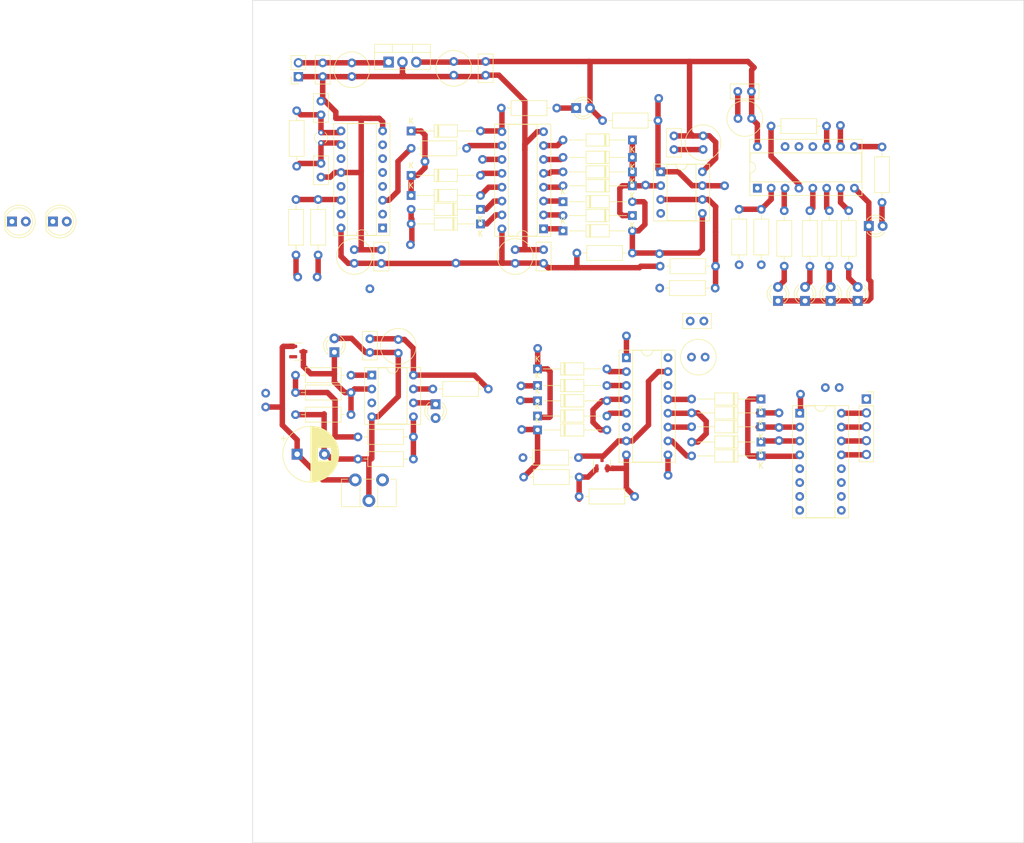
<source format=kicad_pcb>
(kicad_pcb (version 20221018) (generator pcbnew)
  (layers (0 "F.Cu" signal) (31 "B.Cu" signal) (34 "B.Paste" user) (35 "F.Paste" user) (36 "B.SilkS" user "B.Silkscreen") (37 "F.SilkS" user "F.Silkscreen") (38 "B.Mask" user) (39 "F.Mask" user) (44 "Edge.Cuts" user))
  (net 0 "")
  (net 1 "+8V")
  (net 2 "GND")
  (net 3 "+5V")
  (net 4 "Net-(D10-K)")
  (net 5 "Net-(D4-A)")
  (net 6 "Net-(D5-A)")
  (net 7 "Net-(D6-A)")
  (net 8 "Net-(D7-A)")
  (net 9 "Net-(D8-A)")
  (net 10 "Net-(JP1-B)")
  (net 11 "Net-(C24-Pad1)")
  (net 12 "/MOTOR1")
  (net 13 "/MOTOR2")
  (net 14 "/MOTOR3")
  (net 15 "/MOTOR4")
  (net 16 "Net-(Q1-G)")
  (net 17 "Net-(Q1-D)")
  (net 18 "Net-(C25-Pad1)")
  (net 19 "/F1")
  (net 20 "Net-(D15-K)")
  (net 21 "/F3")
  (net 22 "Net-(D18-K)")
  (net 23 "Net-(D18-A)")
  (net 24 "Net-(D19-K)")
  (net 25 "Net-(D20-K)")
  (net 26 "Net-(D21-K)")
  (net 27 "Net-(D22-A)")
  (net 28 "Net-(D23-A)")
  (net 29 "Net-(D24-A)")
  (net 30 "Net-(D25-A)")
  (net 31 "Net-(D26-A)")
  (net 32 "/F4")
  (net 33 "Net-(D27-A)")
  (net 34 "Net-(D28-A)")
  (net 35 "/F2")
  (net 37 "Net-(D29-A)")
  (net 38 "Net-(D2-K)")
  (net 39 "Net-(D14-A)")
  (net 40 "Net-(D15-A)")
  (net 41 "Net-(D17-A)")
  (net 42 "Net-(D30-A)")
  (net 43 "Net-(D31-A)")
  (net 44 "Net-(Q5-C)")
  (net 45 "Net-(Q8-C)")
  (net 46 "Net-(U5-Q0)")
  (net 47 "Net-(U5-Q1)")
  (net 48 "Net-(U5-Q2)")
  (net 49 "Net-(U5-Q3)")
  (net 50 "/F_RESET")
  (net 51 "Net-(U5-Q4)")
  (net 52 "/R_RESET")
  (net 53 "Net-(U5-Q6)")
  (net 54 "Net-(U5-Reset)")
  (net 55 "Net-(U3B-+)")
  (net 56 "Net-(U1-CLK)")
  (net 57 "Net-(U11-Q14)")
  (net 58 "/\"R\" CLOCK")
  (net 59 "Net-(U3A-+)")
  (net 64 "/REF2.5")
  (net 68 "Net-(J1-Pin_1)")
  (net 82 "Net-(JP2-A)")
  (net 83 "Net-(JP2-B)")
  (net 84 "Net-(D19-A)")
  (net 85 "/Q0")
  (net 86 "Net-(D4-K)")
  (net 87 "/Q7")
  (net 88 "/Q8")
  (net 89 "Net-(JP5-B)")
  (net 90 "Net-(JP6-A)")
  (net 91 "Net-(JP7-B)")
  (net 92 "Net-(D33-K)")
  (net 93 "Net-(D17-K)")
  (net 94 "Net-(D32-K)")
  (net 95 "Net-(JP11-A)")
  (net 96 "Net-(JP12-A)")
  (net 97 "Net-(U11-Q8)")
  (net 98 "/MOTOR_CLOCK_A")
  (net 99 "/MOTOR_CLOCK_B")
  (footprint "Resistor_THT:R_Axial_DIN0207_L6.3mm_D2.5mm_P10.16mm_Horizontal" (layer "F.Cu") (at 84.269 67.242 180)
    (fp_text reference "R8" hide)
    (fp_text value "R4.7K")
  )
  (footprint "Resistor_THT:R_Axial_DIN0207_L6.3mm_D2.5mm_P10.16mm_Horizontal" (layer "F.Cu") (at 60.266 40.699)
    (fp_text reference "R5" hide)
    (fp_text value "R4.7K")
  )
  (footprint "Diode_THT:D_DO-35_SOD27_P12.70mm_Horizontal" (layer "F.Cu") (at 107.823 101.854 180)
    (fp_text reference "D31" hide)
    (fp_text value "D4148")
  )
  (footprint "Capacitor_THT:C_Radial_D6.3mm_H5.0mm_P2.50mm" (layer "F.Cu") (at 41.402 83.078 -90)
    (fp_text reference "C14" hide)
    (fp_text value "C10uf")
  )
  (footprint "Capacitor_THT:C_Radial_D6.3mm_H5.0mm_P2.50mm" (layer "F.Cu") (at 62.806 69.127 90)
    (fp_text reference "C8" hide)
    (fp_text value "C10uf" hide)
  )
  (footprint "LED_THT:LED_D3.0mm" (layer "F.Cu") (at 110.939 76.005 90)
    (fp_text reference "D26" hide)
    (fp_text value "LED")
  )
  (footprint "Diode_THT:D_DO-35_SOD27_P12.70mm_Horizontal" (layer "F.Cu") (at 66.904 94.303)
    (fp_text reference "D33" hide)
    (fp_text value "D4148")
  )
  (footprint "Capacitor_THT:C_Disc_D5.0mm_W2.5mm_P2.50mm" (layer "F.Cu") (at 94.864 79.698)
    (fp_text reference "C11" hide)
    (fp_text value "C0.1uf")
  )
  (footprint "Resistor_THT:R_Axial_DIN0207_L6.3mm_D2.5mm_P10.16mm_Horizontal" (layer "F.Cu") (at 88.965 42.985 180)
    (fp_text reference "R9" hide)
    (fp_text value "R4.7K")
  )
  (footprint "LED_THT:LED_D3.0mm_Clear" (layer "F.Cu") (at 48.235 94.933 -90)
    (fp_text reference "Q8" hide)
    (fp_text value "SFH309")
  )
  (footprint "LED_THT:LED_D3.0mm" (layer "F.Cu") (at 115.892 76.005 90)
    (fp_text reference "D25" hide)
    (fp_text value "LED")
  )
  (footprint "Package_DIP:DIP-16_W7.62mm_Socket" (layer "F.Cu") (at 38.539 62.66 180)
    (fp_text reference "U11" hide)
    (fp_text value "CD4060BE")
  )
  (footprint "Library:Jumper" (layer "F.Cu") (at 55.567 70.163 180)
    (fp_text reference "JP3" hide)
    (fp_text value "JMP")
  )
  (footprint "Library:Jumper" (layer "F.Cu") (at 57.658 81.788)
    (fp_text reference "JP9" hide)
    (fp_text value "JMP")
  )
  (footprint "Resistor_THT:R_Axial_DIN0207_L6.3mm_D2.5mm_P10.16mm_Horizontal" (layer "F.Cu") (at 123.893 69.65 90)
    (fp_text reference "R10" hide)
    (fp_text value "R4.7K")
  )
  (footprint "Library:Jumper" (layer "F.Cu") (at 101.16 54.923)
    (fp_text reference "JP5" hide)
    (fp_text value "JMP")
  )
  (footprint "Capacitor_THT:CP_Radial_D10.0mm_P5.00mm" (layer "F.Cu") (at 22.880323 104.082)
    (fp_text reference "C15" hide)
    (fp_text value "C100uF")
  )
  (footprint "Crystal:Crystal_DS26_D2.0mm_L6.0mm_Vertical" (layer "F.Cu") (at 27.246 45.19 -90)
    (fp_text reference "Y1" hide)
    (fp_text value "Crystal")
  )
  (footprint "Package_DIP:DIP-16_W7.62mm_Socket" (layer "F.Cu") (at 83.17 86.419)
    (fp_text reference "U2" hide)
    (fp_text value "4015")
  )
  (footprint "Diode_THT:D_DO-35_SOD27_P12.70mm_Horizontal" (layer "F.Cu") (at 84.269 46.541 180)
    (fp_text reference "D4" hide)
    (fp_text value "D4148")
  )
  (footprint "Library:Jumper" (layer "F.Cu") (at 98.806 112.208)
    (fp_text reference "JP11" hide)
    (fp_text value "JMP")
  )
  (footprint "Potentiometer_THT:Potentiometer_ACP_CA9-H3,8_Horizontal" (layer "F.Cu") (at 38.518 108.786 -90)
    (fp_text reference "RV1" hide)
    (fp_text value "POT100K")
  )
  (footprint "Capacitor_THT:C_Radial_D6.3mm_H5.0mm_P2.50mm" (layer "F.Cu") (at 33.342 69.127 90)
    (fp_text reference "C27" hide)
    (fp_text value "C10uf")
  )
  (footprint "Diode_THT:D_DO-35_SOD27_P12.70mm_Horizontal" (layer "F.Cu") (at 66.904 88.461)
    (fp_text reference "D30" hide)
    (fp_text value "D4148")
  )
  (footprint "Package_DIP:DIP-8_W7.62mm_Socket" (layer "F.Cu") (at 36.551 89.604)
    (fp_text reference "U3" hide)
    (fp_text value "LM393")
  )
  (footprint "Resistor_THT:R_Axial_DIN0207_L6.3mm_D2.5mm_P10.16mm_Horizontal" (layer "F.Cu") (at 129.989 47.811 -90)
    (fp_text reference "R3" hide)
    (fp_text value "R4.7K")
  )
  (footprint "Diode_THT:D_DO-35_SOD27_P12.70mm_Horizontal" (layer "F.Cu") (at 84.269 49.716 180)
    (fp_text reference "D5" hide)
    (fp_text value "D4148")
  )
  (footprint "Capacitor_THT:C_Radial_D6.3mm_H5.0mm_P2.50mm" (layer "F.Cu") (at 51.562 32.171 -90)
    (fp_text reference "C6" hide)
    (fp_text value "C10uf")
  )
  (footprint "Package_TO_SOT_THT:TO-220-3_Vertical" (layer "F.Cu") (at 39.624 32.278)
    (fp_text reference "U8" hide)
    (fp_text value "LM7805_TO220")
  )
  (footprint "Diode_THT:D_DO-35_SOD27_P12.70mm_Horizontal" (layer "F.Cu") (at 43.756 56.701)
    (fp_text reference "D9" hide)
    (fp_text value "D4148")
  )
  (footprint "Capacitor_THT:C_Disc_D5.0mm_W2.5mm_P2.50mm" (layer "F.Cu") (at 38.295 69.147 90)
    (fp_text reference "C26" hide)
    (fp_text value "C0.1uf")
  )
  (footprint "Capacitor_THT:C_Radial_D6.3mm_H5.0mm_P2.50mm" (layer "F.Cu") (at 97.223 45.779 -90)
    (fp_text reference "C10" hide)
    (fp_text value "C10uf")
  )
  (footprint "Diode_THT:D_DO-35_SOD27_P12.70mm_Horizontal" (layer "F.Cu") (at 107.823 93.98 180)
    (fp_text reference "D28" hide)
    (fp_text value "D4148")
  )
  (footprint "Library:Jumper" (layer "F.Cu") (at 54.356 73.787 180)
    (fp_text reference "JP6" hide)
    (fp_text value "JMP")
  )
  (footprint "Package_TO_SOT_SMD:SOT-23" (layer "F.Cu") (at 23.089 85.286)
    (fp_text reference "Q7" hide)
    (fp_text value "AO3400A")
  )
  (footprint "Resistor_THT:R_Axial_DIN0207_L6.3mm_D2.5mm_P10.16mm_Horizontal" (layer "F.Cu") (at 109.669 43.991)
    (fp_text reference "R21" hide)
    (fp_text value "R4.7K")
  )
  (footprint "Connector_PinSocket_2.54mm:PinSocket_1x05_P2.54mm_Vertical" (layer "F.Cu") (at 127.127 93.98)
    (fp_text reference "J1" hide)
    (fp_text value "MOTOR_5PIN_CONNECTOR")
  )
  (footprint "Library:Jumper" (layer "F.Cu") (at 89.095 38.921)
    (fp_text reference "JP2" hide)
    (fp_text value "JMP")
  )
  (footprint "Diode_THT:D_DO-35_SOD27_P12.70mm_Horizontal" (layer "F.Cu") (at 43.756 44.89)
    (fp_text reference "D3" hide)
    (fp_text value "D4148")
  )
  (footprint "LED_THT:LED_D3.0mm" (layer "F.Cu") (at 120.591 76.005 90)
    (fp_text reference "D24" hide)
    (fp_text value "LED")
  )
  (footprint "LED_THT:LED_D3.0mm_Clear" (layer "F.Cu") (at 29.698 85.413 90)
    (fp_text reference "Q5" hide)
    (fp_text value "SFH309")
  )
  (footprint "LED_THT:LED_D3.0mm" (layer "F.Cu") (at 127.571 62.289)
    (fp_text reference "D22" hide)
    (fp_text value "LED")
  )
  (footprint "LED_THT:LED_D5.0mm_IRGrey" (layer "F.Cu") (at -29.349 61.468)
    (fp_text reference "D1" hide)
    (fp_text value "SFH4546")
  )
  (footprint "Library:Jumper" (layer "F.Cu") (at 122.149 91.89 180)
    (fp_text reference "JP20" hide)
    (fp_text value "JMP")
  )
  (footprint "Package_DIP:DIP-16_W7.62mm_Socket" (layer "F.Cu") (at 68.003 62.807 180)
    (fp_text reference "U1" hide)
    (fp_text value "4040" hide)
  )
  (footprint "Library:Jumper" (layer "F.Cu") (at 71.061 76.767)
    (fp_text reference "JP4" hide)
    (fp_text value "JMP")
  )
  (footprint "Library:Jumper" (layer "F.Cu") (at 106.045 84.328)
    (fp_text reference "JP7" hide)
    (fp_text value "JMP")
  )
  (footprint "Diode_THT:D_DO-35_SOD27_P12.70mm_Horizontal" (layer "F.Cu") (at 56.456 59.241 180)
    (fp_text reference "D20" hide)
    (fp_text value "D4148")
  )
  (footprint "Capacitor_THT:C_Disc_D5.0mm_W2.5mm_P2.50mm" (layer "F.Cu") (at 68.013 69.127 90)
    (fp_text reference "C7" hide)
    (fp_text value "C0.1uf" hide)
  )
  (footprint "LED_THT:LED_D5.0mm_IRGrey" (layer "F.Cu") (at -21.849 61.468)
    (fp_text reference "D13" hide)
    (fp_text value "SFH4546")
  )
  (footprint "Diode_THT:D_DO-35_SOD27_P12.70mm_Horizontal" (layer "F.Cu") (at 107.823 96.52 180)
    (fp_text reference "D32" hide)
    (fp_text value "D4148")
  )
  (footprint "Diode_THT:D_DO-35_SOD27_P12.70mm_Horizontal" (layer "F.Cu") (at 84.269 60.384 180)
    (fp_text reference "D7" hide)
    (fp_text value "D4148")
  )
  (footprint "Resistor_THT:R_Axial_DIN0207_L6.3mm_D2.5mm_P10.16mm_Horizontal" (layer "F.Cu") (at 112.082 69.65 90)
    (fp_text reference "R18" hide)
    (fp_text value "R4.7K")
  )
  (footprint "Resistor_THT:R_Axial_DIN0207_L6.3mm_D2.5mm_P10.16mm_Horizontal" (layer "F.Cu") (at 107.877 59.231 -90)
    (fp_text reference "R34" hide)
    (fp_text value "R4.7K")
  )
  (footprint "Resistor_THT:R_Axial_DIN0207_L6.3mm_D2.5mm_P10.16mm_Horizontal" (layer "F.Cu") (at 64.364 108.273)
    (fp_text reference "R1" hide)
    (fp_text value "R4.7K")
  )
  (footprint "Resistor_THT:R_Axial_DIN0207_L6.3mm_D2.5mm_P10.16mm_Horizontal" (layer "F.Cu") (at 57.887 92.144 180)
    (fp_text reference "R19" hide)
    (fp_text value "R4.7K")
  )
  (footprint "Capacitor_THT:C_Disc_D5.0mm_W2.5mm_P2.50mm" (layer "F.Cu") (at 36.195 82.951 -90)
    (fp_text reference "C13" hide)
    (fp_text value "C0.1uf")
  )
  (footprint "Capacitor_THT:C_Disc_D5.0mm_W2.5mm_P2.50mm" (layer "F.Cu") (at 106.073 37.651 180)
    (fp_text reference "C1" hide)
    (fp_text value "C0.1uf")
  )
  (footprint "Diode_THT:D_DO-35_SOD27_P12.70mm_Horizontal" (layer "F.Cu") (at 107.823 99.06 180)
    (fp_text reference "D29" hide)
    (fp_text value "D4148")
  )
  (footprint "Capacitor_THT:C_Radial_D6.3mm_H5.0mm_P2.50mm" (layer "F.Cu") (at 32.893 32.425 -90)
    (fp_text reference "C3" hide)
    (fp_text value "C10uf")
  )
  (footprint "Resistor_THT:R_Axial_DIN0207_L6.3mm_D2.5mm_P10.16mm_Horizontal" (layer "F.Cu") (at 116.781 69.65 90)
    (fp_text reference "R12" hide)
    (fp_text value "R4.7K")
  )
  (footprint "Resistor_THT:R_Axial_DIN0207_L6.3mm_D2.5mm_P10.16mm_Horizontal" (layer "F.Cu") (at 89.349 69.655)
    (fp_text reference "R4" hide)
    (fp_text value "R4.7K")
  )
  (footprint "Resistor_THT:R_Axial_DIN0207_L6.3mm_D2.5mm_P10.16mm_Horizontal" (layer "F.Cu") (at 22.674 57.443 -90)
    (fp_text reference "R16" hide)
    (fp_text value "R4.7K")
  )
  (footprint "Resistor_THT:R_Axial_DIN0207_L6.3mm_D2.5mm_P10.16mm_Horizontal" (layer "F.Cu") (at 120.337 69.65 90)
    (fp_text reference "R11" hide)
    (fp_text value "R4.7K")
  )
  (footprint "Resistor_THT:R_Axial_DIN0207_L6.3mm_D2.5mm_P10.16mm_Horizontal" (layer "F.Cu") (at 53.916 48.065 180)
    (fp_text reference "R33" hide)
    (fp_text value "R4.7K")
  )
  (footprint "Capacitor_THT:C_Disc_D5.0mm_W2.5mm_P2.50mm" (layer "F.Cu") (at 91.889 45.799 -90)
    (fp_text reference "C9" hide)
    (fp_text value "C0.1uf")
  )
  (footprint "Resistor_THT:R_Axial_DIN0207_L6.3mm_D2.5mm_P10.16mm_Horizontal" (layer "F.Cu") (at 84.684 111.829 180)
    (fp_text reference "R13" hide)
    (fp_text value "R47K")
  )
  (footprint "Resistor_THT:R_Axial_DIN0207_L6.3mm_D2.5mm_P10.16mm_Horizontal" (layer "F.Cu") (at 103.827 59.231 -90)
    (fp_text reference "R35" hide)
    (fp_text value "R4.7K")
  )
  (footprint "Diode_THT:D_DO-35_SOD27_P12.70mm_Horizontal" (layer "F.Cu") (at 56.456 61.908 180)
    (fp_text reference "D19" hide)
    (fp_text value "D4148")
  )
  (footprint "Capacitor_THT:C_Disc_D5.0mm_W2.5mm_P2.50mm" (layer "F.Cu") (at 27.559 32.425 -90)
    (fp_text reference "C4" hide)
    (fp_text value "C0.1uf")
  )
  (footprint "Diode_THT:D_DO-35_SOD27_P12.70mm_Horizontal" (layer "F.Cu") (at 71.569 57.844)
    (fp_text reference "D21" hide)
    (fp_text value "D4148")
  )
  (footprint "Resistor_THT:R_Axial_DIN0207_L6.3mm_D2.5mm_P10.16mm_Horizontal" (layer "F.Cu") (at 22.581 92.793)
    (fp_text reference "R26" hide)
    (fp_text value "R4.7K")
  )
  (footprint "Package_DIP:DIP-16_W7.62mm_Socket" (layer "F.Cu") (at 107.155 55.371 90)
    (fp_text reference "U5" hide)
    (fp_text value "4040")
  )
  (footprint "Package_DIP:DIP-16_W7.62mm_Socket" (layer "F.Cu") (at 114.92 96.579)
    (fp_text reference "U10" hide)
    (fp_text value "ULN2003A")
  )
  (footprint "Diode_THT:D_DO-35_SOD27_P12.70mm_Horizontal" (layer "F.Cu") (at 84.269 54.923 180)
    (fp_text reference "D8" hide)
    (fp_text value "D4148")
  )
  (footprint "Capacitor_THT:C_Disc_D5.0mm_W2.5mm_P2.50mm" (layer "F.Cu") (at 57.404 32.171 -90)
    (fp_text reference "C5" hide)
    (fp_text value "C0.1uf")
  )
  (footprint "Resistor_THT:R_Axial_DIN0207_L6.3mm_D2.5mm_P10.16mm_Horizontal" (layer "F.Cu") (at 26.724 57.443 -90)
    (fp_text reference "R15" hide)
    (fp_text value "R4.7K")
  )
  (footprint "Diode_THT:D_DO-35_SOD27_P12.70mm_Horizontal" (layer "F.Cu") (at 43.756 53.018)
    (fp_text reference "D10" hide)
    (fp_text value "D4148")
  )
  (footprint "Capacitor_THT:C_Radial_D6.3mm_H5.0mm_P2.50mm" (layer "F.Cu") (at 95.098 86.302)
    (fp_text reference "C12" hide)
    (fp_text value "C10uf")
  )
  (footprint "Library:Jumper" (layer "F.Cu") (at 68.326 117.221)
    (fp_text reference "JP10" hide)
    (fp_text value "JMP")
  )
  (footprint "Resistor_THT:R_Axial_DIN0207_L6.3mm_D2.5mm_P10.16mm_Horizontal" (layer "F.Cu") (at 34.011 100.921)
    (fp_text reference "R28" hide)
    (fp_text value "R4.7K")
  )
  (footprint "Connector_PinSocket_2.54mm:PinSocket_1x02_P2.54mm_Vertical" (layer "F.Cu") (at 23.114 34.945 180)
    (fp_text reference "J3" hide)
    (fp_text value "BATTERY_2PIN_CONNECTOR")
  )
  (footprint "Package_DIP:DIP-8_W7.62mm_Socket" (layer "F.Cu") (at 89.465 52.361)
    (fp_text reference "U9" hide)
    (fp_text value "LM393")
  )
  (footprint "Diode_THT:D_DO-35_SOD27_P12.70mm_Horizontal" (layer "F.Cu") (at 71.569 63.178)
    (fp_text reference "D18" hide)
    (fp_text value "D4148")
  )
  (footprint "Capacitor_THT:C_Radial_D6.3mm_H5.0mm_P2.50mm" (layer "F.Cu") (at 106.113 42.604 180)
    (fp_text reference "C2" hide)
    (fp_text value "C10uf")
  )
  (footprint "Resistor_THT:R_Axial_DIN0207_L6.3mm_D2.5mm_P10.16mm_Horizontal" (layer "F.Cu") (at 74.397 104.717 180)
    (fp_text reference "R14" hide)
    (fp_text value "R4.7K")
  )
  (footprint "Resistor_THT:R_Axial_DIN0207_L6.3mm_D2.5mm_P10.16mm_Horizontal" (layer "F.Cu") (at 22.801 51.347 90)
    (fp_text reference "R6" hide)
    (fp_text value "R1MEG")
  )
  (footprint "Capacitor_THT:C_Disc_D5.0mm_W2.5mm_P2.50mm" (layer "F.Cu") (at 27.246 50.839 -90)
    (fp_text reference "C24" hide)
    (fp_text value "C22pF")
  )
  (footprint "Diode_THT:D_DO-35_SOD27_P12.70mm_Horizontal" (layer "F.Cu") (at 84.269 52.383 180)
    (fp_text reference "D6" hide)
    (fp_text value "D4148")
  )
  (footprint "Resistor_THT:R_Axial_DIN0207_L6.3mm_D2.5mm_P10.16mm_Horizontal" (layer "F.Cu") (at 22.581 96.843)
    (fp_text reference "R27" hide)
    (fp_text value "R4.7K")
  )
  (footprint "LED_THT:LED_D3.0mm" (layer "F.Cu") (at 73.977 40.699)
    (fp_text reference "D2" hide)
    (fp_text value "LED")
  )
  (footprint "Resistor_THT:R_Axial_DIN0207_L6.3mm_D2.5mm_P10.16mm_Horizontal" (layer "F.Cu") (at 89.281 73.66)
    (fp_text reference "R7" hide)
    (fp_text value "R4.7K")
  )
  (footprint "Library:Jumper" (layer "F.Cu") (at 17.12 92.906 -90)
    (fp_text reference "JP1" hide)
    (fp_text value "JMP")
  )
  (footprint "Diode_THT:D_DO-35_SOD27_P12.70mm_Horizontal" (layer "F.Cu") (at 66.904 99.637)
    (fp_text reference "D15" hide)
    (fp_text value "D4148")
  )
  (footprint "Library:Jumper" (layer "F.Cu") (at 82.804 126.619)
    (fp_text reference "JP12" hide)
    (fp_text value "JMP")
  )
  (footprint "Capacitor_THT:C_Disc_D5.0mm_W2.5mm_P2.50mm" (layer "F.Cu") (at 27.246 41.929 90)
    (fp_text reference "C25" hide)
    (fp_text value "C22pF")
  )
  (footprint "Library:Jumper" (layer "F.Cu") (at 98.679 111.76)
    (fp_text reference "JP8" hide)
    (fp_text value "JMP")
  )
  (footprint "LED_THT:LED_D3.0mm" (layer "F.Cu") (at 125.544 76.005 90)
    (fp_text reference "D23" hide)
    (fp_text value "LED")
  )
  (footprint "Package_TO_SOT_SMD:SOT-23" (layer "F.Cu") (at 78.715 105.733 90)
    (fp_text reference "Q1" hide)
    (fp_text value "AO3400A")
  )
  (footprint "Diode_THT:D_DO-35_SOD27_P12.70mm_Horizontal" (layer "F.Cu") (at 66.904 91.509)
    (fp_text reference "D17" hide)
    (fp_text value "D4148")
  )
  (footprint "Diode_THT:D_DO-35_SOD27_P12.70mm_Horizontal" (layer "F.Cu") (at 66.904 97.097)
    (fp_text reference "D14" hide)
    (fp_text value "D4148")
  )
  (footprint "Resistor_THT:R_Axial_DIN0207_L6.3mm_D2.5mm_P10.16mm_Horizontal" (layer "F.Cu") (at 22.581 89.618)
    (fp_text reference "R17" hide)
    (fp_text value "R4.7K")
  )
  (footprint "Diode_THT:D_DO-35_SOD27_P12.70mm_Horizontal" (layer "F.Cu") (at 107.823 104.394 180)
    (fp_text reference "D27" hide)
    (fp_text value "D4148")
  )
  (footprint "Resistor_THT:R_Axial_DIN0207_L6.3mm_D2.5mm_P10.16mm_Horizontal" (layer "F.Cu") (at 34.011 104.971)
    (fp_text reference "R30" hide)
    (fp_text value "R4.7K")
  )
  (gr_rect (start 14.732 20.955) (end 155.956 175.26) (stroke (width 0.1)) (fill none) (layer "Edge.Cuts"))
  (segment (start 23.114 32.405) (end 39.497 32.405) (width 1) (layer "F.Cu") (net 1))
  (segment (start 39.497 32.405) (end 39.624 32.278) (width 1) (layer "F.Cu") (net 1))
  (segment (start 38.295 66.647) (end 34.612 66.647) (width 1) (layer "F.Cu") (net 2))
  (segment (start 32.873 34.945) (end 32.893 34.925) (width 1) (layer "F.Cu") (net 2))
  (segment (start 29.78763 52.5) (end 28.94863 53.339) (width 1) (layer "F.Cu") (net 2))
  (segment (start 36.424 104.971) (end 35.814 104.971) (width 1) (layer "F.Cu") (net 2))
  (segment (start 34.612 66.647) (end 33.362 66.647) (width 1) (layer "F.Cu") (net 2))
  (segment (start 33.362 66.647) (end 33.342 66.627) (width 1) (layer "F.Cu") (net 2))
  (segment (start 103.573 37.651) (end 103.573 42.564) (width 1) (layer "F.Cu") (net 2))
  (segment (start 64.584 66.627) (end 64.584 48.387) (width 1) (layer "F.Cu") (net 2))
  (segment (start 29.966308 41.396616) (end 27.756692 39.187) (width 1) (layer "F.Cu") (net 2))
  (segment (start 110.939 76.005) (end 125.544 76.005) (width 1) (layer "F.Cu") (net 2))
  (segment (start 64.584 47.31463) (end 66.87163 45.027) (width 1) (layer "F.Cu") (net 2))
  (segment (start 36.018 112.586) (end 36.018 105.175) (width 1) (layer "F.Cu") (net 2))
  (segment (start 34.612 42.58) (end 29.966308 42.58) (width 1) (layer "F.Cu") (net 2))
  (segment (start 27.693 96.843) (end 22.581 96.843) (width 1) (layer "F.Cu") (net 2))
  (segment (start 64.584 39.438) (end 64.584 48.387) (width 1) (layer "F.Cu") (net 2))
  (segment (start 127.571 62.289) (end 127.571 72.097887) (width 1) (layer "F.Cu") (net 2))
  (segment (start 34.348 52.5) (end 34.612 52.236) (width 1) (layer "F.Cu") (net 2))
  (segment (start 34.011 104.971) (end 29.185 104.971) (width 1) (layer "F.Cu") (net 2))
  (segment (start 42.184 34.925) (end 57.15 34.925) (width 1) (layer "F.Cu") (net 2))
  (segment (start 127.571 62.289) (end 127.571 58.007) (width 1) (layer "F.Cu") (net 2))
  (segment (start 127.944 72.470887) (end 127.944 75.505) (width 1) (layer "F.Cu") (net 2))
  (segment (start 41.402 93.50437) (end 37.68237 97.224) (width 1) (layer "F.Cu") (net 2))
  (segment (start 37.914 42.584) (end 38.539 43.209) (width 1) (layer "F.Cu") (net 2))
  (segment (start 127.571 72.097887) (end 127.944 72.470887) (width 1) (layer "F.Cu") (net 2))
  (segment (start 36.551 97.224) (end 36.551 104.844) (width 1) (layer "F.Cu") (net 2))
  (segment (start 35.814 104.971) (end 34.011 104.971) (width 1) (layer "F.Cu") (net 2))
  (segment (start 32.893 34.925) (end 42.184 34.925) (width 1) (layer "F.Cu") (net 2))
  (segment (start 62.806 66.627) (end 64.584 66.627) (width 1) (layer "F.Cu") (net 2))
  (segment (start 27.82 103.606) (end 27.82 96.716) (width 1) (layer "F.Cu") (net 2))
  (segment (start 127.571 58.007) (end 124.935 55.371) (width 1) (layer "F.Cu") (net 2))
  (segment (start 27.82 96.716) (end 27.693 96.843) (width 1) (layer "F.Cu") (net 2))
  (segment (start 27.559 34.925) (end 27.559 39.116) (width 1) (layer "F.Cu") (net 2))
  (segment (start 29.698 82.873) (end 32.864308 82.873) (width 1) (layer "F.Cu") (net 2))
  (segment (start 38.539 43.209) (end 38.539 44.88) (width 1) (layer "F.Cu") (net 2))
  (segment (start 35.442308 85.451) (end 36.195 85.451) (width 1) (layer "F.Cu") (net 2))
  (segment (start 79.665 106.6705) (end 80.6985 106.6705) (width 1) (layer "F.Cu") (net 2))
  (segment (start 64.584 66.627) (end 68.013 66.627) (width 1) (layer "F.Cu") (net 2))
  (segment (start 36.239 42.58) (end 36.243 42.584) (width 1) (layer "F.Cu") (net 2))
  (segment (start 57.404 34.671) (end 59.817 34.671) (width 1) (layer "F.Cu") (net 2))
  (segment (start 83.17 106.68) (end 80.708 106.68) (width 1) (layer "F.Cu") (net 2))
  (segment (start 89.349 60.097) (end 89.465 59.981) (width 1) (layer "F.Cu") (net 2))
  (segment (start 30.919 52.5) (end 29.78763 52.5) (width 1) (layer "F.Cu") (net 2))
  (segment (start 27.756692 39.187) (end 27.246 39.187) (width 1) (layer "F.Cu") (net 2))
  (segment (start 83.17 104.199) (end 83.17 106.68) (width 1) (layer "F.Cu") (net 2))
  (segment (start 42.164 34.437) (end 42.164 32.278) (width 1) (layer "F.Cu") (net 2))
  (segment (start 34.612 52.236) (end 34.612 66.647) (width 1) (layer "F.Cu") (net 2))
  (segment (start 91.889 48.299) (end 97.203 48.299) (width 1) (layer "F.Cu") (net 2))
  (segment (start 27.559 39.116) (end 27.246 39.429) (width 1) (layer "F.Cu") (net 2))
  (segment (start 127.944 75.505) (end 127.444 76.005) (width 1) (layer "F.Cu") (net 2))
  (segment (start 42.418 34.691) (end 42.164 34.437) (width 1) (layer "F.Cu") (net 2))
  (segment (start 59.817 34.671) (end 64.584 39.438) (width 1) (layer "F.Cu") (net 2))
  (segment (start 32.864308 82.873) (end 35.442308 85.451) (width 1) (layer "F.Cu") (net 2))
  (segment (start 29.966308 42.58) (end 29.966308 41.396616) (width 1) (layer "F.Cu") (net 2))
  (segment (start 34.612 49.93837) (end 34.612 52.236) (width 1) (layer "F.Cu") (net 2))
  (segment (start 36.243 42.584) (end 37.914 42.584) (width 1) (layer "F.Cu") (net 2))
  (segment (start 30.919 52.5) (end 34.348 52.5) (width 1) (layer "F.Cu") (net 2))
  (segment (start 64.584 48.387) (end 64.584 47.31463) (width 1) (layer "F.Cu") (net 2))
  (segment (start 83.17 106.68) (end 83.17 110.315) (width 1) (layer "F.Cu") (net 2))
  (segment (start 36.239 42.58) (end 34.612 42.58) (width 1) (layer "F.Cu") (net 2))
  (segment (start 37.68237 97.224) (end 36.551 97.224) (width 1) (layer "F.Cu") (net 2))
  (segment (start 66.87163 45.027) (end 68.003 45.027) (width 1) (layer "F.Cu") (net 2))
  (segment (start 36.551 104.844) (end 36.424 104.971) (width 1) (layer "F.Cu") (net 2))
  (segment (start 83.17 110.315) (end 84.684 111.829) (width 1) (layer "F.Cu") (net 2))
  (segment (start 41.402 85.578) (end 41.402 93.50437) (width 1) (layer "F.Cu") (net 2))
  (segment (start 80.708 106.68) (end 80.6985 106.6705) (width 1) (layer "F.Cu") (net 2))
  (segment (start 28.94863 53.339) (end 27.246 53.339) (width 1) (layer "F.Cu") (net 2))
  (segment (start 127.444 76.005) (end 125.544 76.005) (width 1) (layer "F.Cu") (net 2))
  (segment (start 97.203 48.299) (end 97.223 48.279) (width 1) (layer "F.Cu") (net 2))
  (segment (start 23.114 34.945) (end 32.873 34.945) (width 1) (layer "F.Cu") (net 2))
  (segment (start 36.195 85.451) (end 41.275 85.451) (width 1) (layer "F.Cu") (net 2))
  (segment (start 42.184 34.925) (end 42.418 34.691) (width 1) (layer "F.Cu") (net 2))
  (segment (start 103.573 42.564) (end 103.613 42.604) (width 1) (layer "F.Cu") (net 2))
  (segment (start 36.018 105.175) (end 35.814 104.971) (width 1) (layer "F.Cu") (net 2))
  (segment (start 41.275 85.451) (end 41.402 85.578) (width 1) (layer "F.Cu") (net 2))
  (segment (start 29.185 104.971) (end 27.82 103.606) (width 1) (layer "F.Cu") (net 2))
  (segment (start 34.612 49.93837) (end 34.612 42.58) (width 1) (layer "F.Cu") (net 2))
  (segment (start 57.15 34.925) (end 57.404 34.671) (width 1) (layer "F.Cu") (net 2))
  (segment (start 44.704 32.278) (end 57.297 32.278) (width 1) (layer "F.Cu") (net 3))
  (segment (start 57.297 32.278) (end 57.404 32.171) (width 1) (layer "F.Cu") (net 3))
  (segment (start 42.53337 83.078) (end 41.402 83.078) (width 1) (layer "F.Cu") (net 3))
  (segment (start 99.523 49.923) (end 99.523 46.94763) (width 1) (layer "F.Cu") (net 3))
  (segment (start 107.155 47.751) (end 107.155 43.646) (width 1) (layer "F.Cu") (net 3))
  (segment (start 107.155 43.646) (end 106.113 42.604) (width 1) (layer "F.Cu") (net 3))
  (segment (start 107.088 47.684) (end 107.155 47.751) (width 1) (layer "F.Cu") (net 3))
  (segment (start 57.404 32.171) (end 76.327 32.171) (width 1) (layer "F.Cu") (net 3))
  (segment (start 22.581 89.618) (end 22.581 92.793) (width 1) (layer "F.Cu") (net 3))
  (segment (start 44.171 84.71563) (end 42.53337 83.078) (width 1) (layer "F.Cu") (net 3))
  (segment (start 55.347 89.604) (end 57.887 92.144) (width 1) (layer "F.Cu") (net 3))
  (segment (start 107.125 47.781) (end 107.155 47.751) (width 1) (layer "F.Cu") (net 3))
  (segment (start 29.82 94.176) (end 29.82 100.653) (width 1) (layer "F.Cu") (net 3))
  (segment (start 36.195 82.951) (end 41.275 82.951) (width 1) (layer "F.Cu") (net 3))
  (segment (start 44.171 89.604) (end 55.347 89.604) (width 1) (layer "F.Cu") (net 3))
  (segment (start 94.742 45.164) (end 95.377 45.799) (width 1) (layer "F.Cu") (net 3))
  (segment (start 30.088 100.921) (end 34.011 100.921) (width 1) (layer "F.Cu") (net 3))
  (segment (start 97.203 45.799) (end 97.223 45.779) (width 1) (layer "F.Cu") (net 3))
  (segment (start 76.517 40.699) (end 76.519 40.699) (width 1) (layer "F.Cu") (net 3))
  (segment (start 95.377 45.799) (end 97.203 45.799) (width 1) (layer "F.Cu") (net 3))
  (segment (start 94.742 32.171) (end 94.742 45.164) (width 1) (layer "F.Cu") (net 3))
  (segment (start 99.523 46.94763) (end 98.35437 45.779) (width 1) (layer "F.Cu") (net 3))
  (segment (start 29.82 100.653) (end 30.088 100.921) (width 1) (layer "F.Cu") (net 3))
  (segment (start 97.085 52.361) (end 99.523 49.923) (width 1) (layer "F.Cu") (net 3))
  (segment (start 76.327 32.171) (end 94.742 32.171) (width 1) (layer "F.Cu") (net 3))
  (segment (start 106.553 33.274) (end 106.113 33.714) (width 1) (layer "F.Cu") (net 3))
  (segment (start 44.171 89.604) (end 44.171 84.71563) (width 1) (layer "F.Cu") (net 3))
  (segment (start 105.45 32.171) (end 106.553 33.274) (width 1) (layer "F.Cu") (net 3))
  (segment (start 106.113 33.714) (end 106.113 42.604) (width 1) (layer "F.Cu") (net 3))
  (segment (start 44.323 89.452) (end 44.171 89.604) (width 1) (layer "F.Cu") (net 3))
  (segment (start 76.327 32.171) (end 76.517 32.361) (width 1) (layer "F.Cu") (net 3))
  (segment (start 94.742 32.171) (end 105.45 32.171) (width 1) (layer "F.Cu") (net 3))
  (segment (start 91.889 45.799) (end 95.377 45.799) (width 1) (layer "F.Cu") (net 3))
  (segment (start 76.517 32.361) (end 76.517 40.699) (width 1) (layer "F.Cu") (net 3))
  (segment (start 41.275 82.951) (end 41.402 83.078) (width 1) (layer "F.Cu") (net 3))
  (segment (start 22.581 92.793) (end 28.437 92.793) (width 1) (layer "F.Cu") (net 3))
  (segment (start 28.437 92.793) (end 29.82 94.176) (width 1) (layer "F.Cu") (net 3))
  (segment (start 98.35437 45.779) (end 97.223 45.779) (width 1) (layer "F.Cu") (net 3))
  (segment (start 76.519 40.699) (end 78.805 42.985) (width 1) (layer "F.Cu") (net 3))
  (segment (start 43.756 56.701) (end 43.756 53.018) (width 1) (layer "F.Cu") (net 4))
  (segment (start 46.296 45.63) (end 46.296 51.621) (width 1) (layer "F.Cu") (net 4))
  (segment (start 43.756 53.018) (end 44.899 53.018) (width 1) (layer "F.Cu") (net 4))
  (segment (start 44.899 53.018) (end 46.296 51.621) (width 1) (layer "F.Cu") (net 4))
  (segment (start 43.756 44.89) (end 45.556 44.89) (width 1) (layer "F.Cu") (net 4))
  (segment (start 45.556 44.89) (end 46.296 45.63) (width 1) (layer "F.Cu") (net 4))
  (segment (start 68.003 47.567) (end 70.543 47.567) (width 1) (layer "F.Cu") (net 5))
  (segment (start 70.543 47.567) (end 71.569 46.541) (width 1) (layer "F.Cu") (net 5))
  (segment (start 68.003 50.107) (end 71.178 50.107) (width 1) (layer "F.Cu") (net 6))
  (segment (start 71.178 50.107) (end 71.569 49.716) (width 1) (layer "F.Cu") (net 6))
  (segment (start 69.39837 52.383) (end 71.569 52.383) (width 1) (layer "F.Cu") (net 7))
  (segment (start 69.13437 52.647) (end 69.39837 52.383) (width 1) (layer "F.Cu") (net 7))
  (segment (start 68.003 52.647) (end 69.13437 52.647) (width 1) (layer "F.Cu") (net 7))
  (segment (start 71.452 60.267) (end 71.569 60.384) (width 1) (layer "F.Cu") (net 8))
  (segment (start 68.003 60.267) (end 71.452 60.267) (width 1) (layer "F.Cu") (net 8))
  (segment (start 71.305 55.187) (end 71.569 54.923) (width 1) (layer "F.Cu") (net 9))
  (segment (start 68.003 55.187) (end 71.305 55.187) (width 1) (layer "F.Cu") (net 9))
  (segment (start 27.584323 108.786) (end 22.880323 104.082) (width 1) (layer "F.Cu") (net 10))
  (segment (start 22.1515 84.336) (end 20.356 84.336) (width 1) (layer "F.Cu") (net 10))
  (segment (start 20.168 95.7) (end 20.168 98.748) (width 1) (layer "F.Cu") (net 10))
  (segment (start 33.518 108.786) (end 27.584323 108.786) (width 1) (layer "F.Cu") (net 10))
  (segment (start 20.356 84.336) (end 20.168 84.524) (width 1) (layer "F.Cu") (net 10))
  (segment (start 22.880323 101.460323) (end 20.168 98.748) (width 1) (layer "F.Cu") (net 10))
  (segment (start 22.880323 104.082) (end 22.880323 101.460323) (width 1) (layer "F.Cu") (net 10))
  (segment (start 17.12 95.446) (end 19.914 95.446) (width 1) (layer "F.Cu") (net 10))
  (segment (start 19.914 95.446) (end 20.168 95.7) (width 1) (layer "F.Cu") (net 10))
  (segment (start 20.168 84.524) (end 20.168 95.7) (width 1) (layer "F.Cu") (net 10))
  (segment (start 23.309 50.839) (end 27.246 50.839) (width 1) (layer "F.Cu") (net 11))
  (segment (start 22.801 51.347) (end 23.309 50.839) (width 1) (layer "F.Cu") (net 11))
  (segment (start 30.589 47.09) (end 30.919 47.42) (width 1) (layer "F.Cu") (net 11))
  (segment (start 27.246 47.09) (end 27.246 50.839) (width 1) (layer "F.Cu") (net 11))
  (segment (start 27.246 47.09) (end 30.589 47.09) (width 1) (layer "F.Cu") (net 11))
  (segment (start 122.54 96.579) (end 127.068 96.579) (width 1) (layer "F.Cu") (net 12))
  (segment (start 127.068 96.579) (end 127.127 96.52) (width 1) (layer "F.Cu") (net 12))
  (segment (start 127.068 99.119) (end 127.127 99.06) (width 1) (layer "F.Cu") (net 13))
  (segment (start 122.54 99.119) (end 127.068 99.119) (width 1) (layer "F.Cu") (net 13))
  (segment (start 122.54 101.659) (end 127.068 101.659) (width 1) (layer "F.Cu") (net 14))
  (segment (start 127.068 101.659) (end 127.127 101.6) (width 1) (layer "F.Cu") (net 14))
  (segment (start 127.068 104.199) (end 127.127 104.14) (width 1) (layer "F.Cu") (net 15))
  (segment (start 122.54 104.199) (end 127.068 104.199) (width 1) (layer "F.Cu") (net 15))
  (segment (start 76.1625 108.273) (end 77.639945 106.795555) (width 1) (layer "F.Cu") (net 16))
  (segment (start 74.524 108.273) (end 76.1625 108.273) (width 1) (layer "F.Cu") (net 16))
  (segment (start 74.524 108.273) (end 74.524 112.323) (width 1) (layer "F.Cu") (net 16))
  (segment (start 81.723692 101.659) (end 78.949692 104.433) (width 1) (layer "F.Cu") (net 17))
  (segment (start 74.681 104.433) (end 74.397 104.717) (width 1) (layer "F.Cu") (net 17))
  (segment (start 84.30137 101.659) (end 87.224 98.73637) (width 1) (layer "F.Cu") (net 17))
  (segment (start 89.012 88.959) (end 90.79 88.959) (width 1) (layer "F.Cu") (net 17))
  (segment (start 83.17 101.659) (end 84.30137 101.659) (width 1) (layer "F.Cu") (net 17))
  (segment (start 87.224 98.73637) (end 87.224 90.747) (width 1) (layer "F.Cu") (net 17))
  (segment (start 87.224 90.747) (end 89.012 88.959) (width 1) (layer "F.Cu") (net 17))
  (segment (start 83.17 101.659) (end 81.723692 101.659) (width 1) (layer "F.Cu") (net 17))
  (segment (start 78.949692 104.433) (end 74.681 104.433) (width 1) (layer "F.Cu") (net 17))
  (segment (start 27.246 41.929) (end 27.246 45.09) (width 1) (layer "F.Cu") (net 18))
  (segment (start 27.246 41.929) (end 23.543 41.929) (width 1) (layer "F.Cu") (net 18))
  (segment (start 30.609 45.19) (end 30.919 44.88) (width 1) (layer "F.Cu") (net 18))
  (segment (start 23.543 41.929) (end 22.801 41.187) (width 1) (layer "F.Cu") (net 18))
  (segment (start 27.246 45.19) (end 30.609 45.19) (width 1) (layer "F.Cu") (net 18))
  (segment (start 69.204 97.21) (end 69.077 97.337) (width 1) (layer "F.Cu") (net 19))
  (segment (start 68.704 88.461) (end 69.204 88.961) (width 1) (layer "F.Cu") (net 19))
  (segment (start 67.144 97.337) (end 66.904 97.097) (width 1) (layer "F.Cu") (net 19))
  (segment (start 66.904 88.461) (end 68.704 88.461) (width 1) (layer "F.Cu") (net 19))
  (segment (start 69.204 88.961) (end 69.204 97.21) (width 1) (layer "F.Cu") (net 19))
  (segment (start 69.077 97.337) (end 67.144 97.337) (width 1) (layer "F.Cu") (net 19))
  (segment (start 66.929 88.436) (end 66.904 88.461) (width 1) (layer "F.Cu") (net 19))
  (segment (start 66.929 84.709) (end 66.929 88.436) (width 1) (layer "F.Cu") (net 19))
  (segment (start 66.904 105.733) (end 66.904 100.526) (width 1) (layer "F.Cu") (net 20))
  (segment (start 66.835 99.568) (end 66.904 99.637) (width 1) (layer "F.Cu") (net 20))
  (segment (start 64.364 108.273) (end 66.904 105.733) (width 1) (layer "F.Cu") (net 20))
  (segment (start 64.008 99.568) (end 66.835 99.568) (width 1) (layer "F.Cu") (net 20))
  (segment (start 107.823 101.854) (end 108.087 101.59) (width 1) (layer "F.Cu") (net 21))
  (segment (start 107.554 101.659) (end 114.92 101.659) (width 1) (layer "F.Cu") (net 21))
  (segment (start 71.198 62.807) (end 71.569 63.178) (width 1) (layer "F.Cu") (net 22))
  (segment (start 68.003 62.807) (end 71.198 62.807) (width 1) (layer "F.Cu") (net 22))
  (segment (start 86.569 58.084) (end 86.329 57.844) (width 1) (layer "F.Cu") (net 23))
  (segment (start 84.269 63.178) (end 85.40037 63.178) (width 1) (layer "F.Cu") (net 23))
  (segment (start 85.40037 63.178) (end 86.569 62.00937) (width 1) (layer "F.Cu") (net 23))
  (segment (start 86.329 57.844) (end 84.269 57.844) (width 1) (layer "F.Cu") (net 23))
  (segment (start 86.569 62.00937) (end 86.569 58.084) (width 1) (layer "F.Cu") (net 23))
  (segment (start 84.269 63.178) (end 84.269 67.242) (width 1) (layer "F.Cu") (net 23))
  (segment (start 97.085 66.607) (end 97.085 59.981) (width 1) (layer "F.Cu") (net 23))
  (segment (start 84.269 67.242) (end 96.45 67.242) (width 1) (layer "F.Cu") (net 23))
  (segment (start 96.45 67.242) (end 97.085 66.607) (width 1) (layer "F.Cu") (net 23))
  (segment (start 59.25163 60.267) (end 60.383 60.267) (width 1) (layer "F.Cu") (net 24))
  (segment (start 56.456 61.908) (end 57.61063 61.908) (width 1) (layer "F.Cu") (net 24))
  (segment (start 57.61063 61.908) (end 59.25163 60.267) (width 1) (layer "F.Cu") (net 24))
  (segment (start 57.449202 59.241) (end 58.963202 57.727) (width 1) (layer "F.Cu") (net 25))
  (segment (start 56.456 59.241) (end 57.449202 59.241) (width 1) (layer "F.Cu") (net 25))
  (segment (start 58.963202 57.727) (end 60.383 57.727) (width 1) (layer "F.Cu") (net 25))
  (segment (start 68.003 57.727) (end 71.452 57.727) (width 1) (layer "F.Cu") (net 26))
  (segment (start 71.452 57.727) (end 71.569 57.844) (width 1) (layer "F.Cu") (net 26))
  (segment (start 129.989 57.971) (end 129.989 62.167) (width 1) (layer "F.Cu") (net 27))
  (segment (start 129.989 62.167) (end 130.111 62.289) (width 1) (layer "F.Cu") (net 27))
  (segment (start 123.893 71.814) (end 125.544 73.465) (width 1) (layer "F.Cu") (net 28))
  (segment (start 123.893 69.65) (end 123.893 71.814) (width 1) (layer "F.Cu") (net 28))
  (segment (start 120.337 69.65) (end 120.337 73.211) (width 1) (layer "F.Cu") (net 29))
  (segment (start 120.337 73.211) (end 120.591 73.465) (width 1) (layer "F.Cu") (net 29))
  (segment (start 116.781 69.65) (end 116.781 72.576) (width 1) (layer "F.Cu") (net 30))
  (segment (start 116.781 72.576) (end 115.892 73.465) (width 1) (layer "F.Cu") (net 30))
  (segment (start 112.082 69.65) (end 112.082 72.322) (width 1) (layer "F.Cu") (net 31))
  (segment (start 112.082 72.322) (end 110.939 73.465) (width 1) (layer "F.Cu") (net 31))
  (segment (start 105.41 104.041) (end 105.763 104.394) (width 1) (layer "F.Cu") (net 32))
  (segment (start 105.763 104.394) (end 107.823 104.394) (width 1) (layer "F.Cu") (net 32))
  (segment (start 114.896 104.463) (end 114.92 104.439) (width 1) (layer "F.Cu") (net 32))
  (segment (start 105.763 93.98) (end 105.41 94.333) (width 1) (layer "F.Cu") (net 32))
  (segment (start 107.823 93.98) (end 105.763 93.98) (width 1) (layer "F.Cu") (net 32))
  (segment (start 105.41 94.333) (end 105.41 104.041) (width 1) (layer "F.Cu") (net 32))
  (segment (start 105.766 104.463) (end 114.896 104.463) (width 1) (layer "F.Cu") (net 32))
  (segment (start 94.237692 104.394) (end 91.502692 101.659) (width 1) (layer "F.Cu") (net 33))
  (segment (start 95.123 104.394) (end 94.237692 104.394) (width 1) (layer "F.Cu") (net 33))
  (segment (start 91.502692 101.659) (end 90.79 101.659) (width 1) (layer "F.Cu") (net 33))
  (segment (start 90.8 94.049) (end 90.79 94.039) (width 1) (layer "F.Cu") (net 34))
  (segment (start 94.59 94.049) (end 90.8 94.049) (width 1) (layer "F.Cu") (net 34))
  (segment (start 107.823 99.06) (end 107.833 99.05) (width 1) (layer "F.Cu") (net 35))
  (segment (start 107.3 99.119) (end 114.92 99.119) (width 1) (layer "F.Cu") (net 35))
  (segment (start 94.59 99.129) (end 90.8 99.129) (width 1) (layer "F.Cu") (net 37))
  (segment (start 90.8 99.129) (end 90.79 99.119) (width 1) (layer "F.Cu") (net 37))
  (segment (start 70.426 40.699) (end 73.977 40.699) (width 1) (layer "F.Cu") (net 38))
  (segment (start 80.122 96.579) (end 83.17 96.579) (width 1) (layer "F.Cu") (net 39))
  (segment (start 79.604 97.097) (end 80.122 96.579) (width 1) (layer "F.Cu") (net 39))
  (segment (start 77.064 95.968) (end 78.729 94.303) (width 1) (layer "F.Cu") (net 40))
  (segment (start 77.064 98.22837) (end 77.064 95.968) (width 1) (layer "F.Cu") (net 40))
  (segment (start 79.868 94.039) (end 83.17 94.039) (width 1) (layer "F.Cu") (net 40))
  (segment (start 78.729 94.303) (end 79.604 94.303) (width 1) (layer "F.Cu") (net 40))
  (segment (start 79.604 94.303) (end 79.868 94.039) (width 1) (layer "F.Cu") (net 40))
  (segment (start 78.47263 99.637) (end 77.064 98.22837) (width 1) (layer "F.Cu") (net 40))
  (segment (start 79.604 99.637) (end 78.47263 99.637) (width 1) (layer "F.Cu") (net 40))
  (segment (start 79.604 91.509) (end 83.16 91.509) (width 1) (layer "F.Cu") (net 41))
  (segment (start 83.16 91.509) (end 83.17 91.499) (width 1) (layer "F.Cu") (net 41))
  (segment (start 80.102 88.959) (end 83.17 88.959) (width 1) (layer "F.Cu") (net 42))
  (segment (start 79.604 88.461) (end 80.102 88.959) (width 1) (layer "F.Cu") (net 42))
  (segment (start 94.59 96.589) (end 90.8 96.589) (width 1) (layer "F.Cu") (net 43))
  (segment (start 90.8 96.589) (end 90.79 96.579) (width 1) (layer "F.Cu") (net 43))
  (segment (start 97.79 100.31837) (end 97.79 98.05563) (width 1) (layer "F.Cu") (net 43))
  (segment (start 95.123 101.854) (end 96.25437 101.854) (width 1) (layer "F.Cu") (net 43))
  (segment (start 97.79 98.05563) (end 96.25437 96.52) (width 1) (layer "F.Cu") (net 43))
  (segment (start 96.25437 96.52) (end 95.123 96.52) (width 1) (layer "F.Cu") (net 43))
  (segment (start 96.25437 101.854) (end 97.79 100.31837) (width 1) (layer "F.Cu") (net 43))
  (segment (start 32.741 92.793) (end 32.741 96.843) (width 1) (layer "F.Cu") (net 44))
  (segment (start 31.60963 92.793) (end 32.741 92.793) (width 1) (layer "F.Cu") (net 44))
  (segment (start 24.0265 88.0015) (end 25.375 89.35) (width 1) (layer "F.Cu") (net 44))
  (segment (start 29.698 90.88137) (end 31.60963 92.793) (width 1) (layer "F.Cu") (net 44))
  (segment (start 24.0265 85.286) (end 24.0265 88.0015) (width 1) (layer "F.Cu") (net 44))
  (segment (start 33.39 92.144) (end 36.551 92.144) (width 1) (layer "F.Cu") (net 44))
  (segment (start 29.698 85.413) (end 29.698 89.35) (width 1) (layer "F.Cu") (net 44))
  (segment (start 32.741 92.793) (end 33.39 92.144) (width 1) (layer "F.Cu") (net 44))
  (segment (start 25.375 89.35) (end 29.698 89.35) (width 1) (layer "F.Cu") (net 44))
  (segment (start 29.698 89.35) (end 29.698 90.88137) (width 1) (layer "F.Cu") (net 44))
  (segment (start 44.171 94.684) (end 47.986 94.684) (width 1) (layer "F.Cu") (net 45))
  (segment (start 47.986 94.684) (end 48.235 94.933) (width 1) (layer "F.Cu") (net 45))
  (segment (start 124.935 47.751) (end 129.929 47.751) (width 1) (layer "F.Cu") (net 46))
  (segment (start 129.929 47.751) (end 129.989 47.811) (width 1) (layer "F.Cu") (net 46))
  (segment (start 123.893 59.49) (end 122.395 57.992) (width 1) (layer "F.Cu") (net 47))
  (segment (start 122.395 57.992) (end 122.395 55.371) (width 1) (layer "F.Cu") (net 47))
  (segment (start 120.337 59.49) (end 119.855 59.008) (width 1) (layer "F.Cu") (net 48))
  (segment (start 119.855 59.008) (end 119.855 55.371) (width 1) (layer "F.Cu") (net 48))
  (segment (start 116.781 59.49) (end 117.315 58.956) (width 1) (layer "F.Cu") (net 49))
  (segment (start 117.315 58.956) (end 117.315 55.371) (width 1) (layer "F.Cu") (net 49))
  (segment (start 32.741 89.618) (end 36.537 89.618) (width 1) (layer "F.Cu") (net 50))
  (segment (start 36.537 89.618) (end 36.551 89.604) (width 1) (layer "F.Cu") (net 50))
  (segment (start 112.082 55.524) (end 112.235 55.371) (width 1) (layer "F.Cu") (net 51))
  (segment (start 112.082 59.49) (end 112.082 55.524) (width 1) (layer "F.Cu") (net 51))
  (segment (start 44.171 92.144) (end 47.727 92.144) (width 1) (layer "F.Cu") (net 52))
  (segment (start 114.775 54.658308) (end 114.775 55.371) (width 1) (layer "F.Cu") (net 53))
  (segment (start 109.669 49.552308) (end 114.775 54.658308) (width 1) (layer "F.Cu") (net 53))
  (segment (start 109.669 43.991) (end 109.669 49.552308) (width 1) (layer "F.Cu") (net 53))
  (segment (start 119.855 47.751) (end 119.855 44.022) (width 1) (layer "F.Cu") (net 54))
  (segment (start 119.855 44.022) (end 119.702 43.869) (width 1) (layer "F.Cu") (net 54))
  (segment (start 44.171 104.971) (end 44.171 97.224) (width 1) (layer "F.Cu") (net 55))
  (segment (start 54.414 47.567) (end 60.383 47.567) (width 1) (layer "F.Cu") (net 56))
  (segment (start 53.916 48.065) (end 54.414 47.567) (width 1) (layer "F.Cu") (net 56))
  (segment (start 38.539 57.58) (end 39.67037 57.58) (width 1) (layer "F.Cu") (net 57))
  (segment (start 41.343 55.90737) (end 41.343 50.478) (width 1) (layer "F.Cu") (net 57))
  (segment (start 41.343 50.478) (end 43.756 48.065) (width 1) (layer "F.Cu") (net 57))
  (segment (start 39.67037 57.58) (end 41.343 55.90737) (width 1) (layer "F.Cu") (net 57))
  (segment (start 109.695 57.413) (end 109.695 55.371) (width 1) (layer "F.Cu") (net 58))
  (segment (start 103.827 59.231) (end 107.877 59.231) (width 1) (layer "F.Cu") (net 58))
  (segment (start 107.877 59.231) (end 109.695 57.413) (width 1) (layer "F.Cu") (net 58))
  (segment (start 99.509 69.655) (end 99.509 73.592) (width 1) (layer "F.Cu") (net 64))
  (segment (start 99.509 63.432) (end 99.509 69.655) (width 1) (layer "F.Cu") (net 64))
  (segment (start 89.465 57.441) (end 97.085 57.441) (width 1) (layer "F.Cu") (net 64))
  (segment (start 99.509 73.592) (end 99.441 73.66) (width 1) (layer "F.Cu") (net 64))
  (segment (start 98.21637 57.441) (end 97.085 57.441) (width 1) (layer "F.Cu") (net 64))
  (segment (start 99.546999 58.771629) (end 98.21637 57.441) (width 1) (layer "F.Cu") (net 64))
  (segment (start 99.509 58.809628) (end 99.509 63.432) (width 1) (layer "F.Cu") (net 64))
  (segment (start 99.546999 58.771629) (end 99.509 58.809628) (width 1) (layer "F.Cu") (net 64))
  (segment (start 95.213 54.901) (end 97.085 54.901) (width 1) (layer "F.Cu") (net 82))
  (segment (start 88.965 42.985) (end 88.965 51.861) (width 1) (layer "F.Cu") (net 82))
  (segment (start 97.085 54.901) (end 98.504798 54.901) (width 1) (layer "F.Cu") (net 82))
  (segment (start 88.965 51.861) (end 89.465 52.361) (width 1) (layer "F.Cu") (net 82))
  (segment (start 98.504798 54.901) (end 98.526798 54.923) (width 1) (layer "F.Cu") (net 82))
  (segment (start 98.526798 54.923) (end 101.16 54.923) (width 1) (layer "F.Cu") (net 82))
  (segment (start 89.465 52.361) (end 92.673 52.361) (width 1) (layer "F.Cu") (net 82))
  (segment (start 88.965 42.985) (end 88.965 39.051) (width 1) (layer "F.Cu") (net 82))
  (segment (start 88.965 39.051) (end 89.095 38.921) (width 1) (layer "F.Cu") (net 82))
  (segment (start 92.673 52.361) (end 95.213 54.901) (width 1) (layer "F.Cu") (net 82))
  (segment (start 60.373 50.097) (end 60.383 50.107) (width 1) (layer "F.Cu") (net 83))
  (segment (start 56.837 50.097) (end 60.373 50.097) (width 1) (layer "F.Cu") (net 83))
  (segment (start 43.756 59.241) (end 43.756 60.892) (width 1) (layer "F.Cu") (net 84))
  (segment (start 43.883 65.718) (end 43.883 61.019) (width 1) (layer "F.Cu") (net 84))
  (segment (start 43.883 61.019) (end 43.756 60.892) (width 1) (layer "F.Cu") (net 84))
  (segment (start 43.756 60.892) (end 43.756 61.908) (width 1) (layer "F.Cu") (net 84))
  (segment (start 60.383 40.816) (end 60.266 40.699) (width 1) (layer "F.Cu") (net 85))
  (segment (start 60.383 45.027) (end 60.383 40.816) (width 1) (layer "F.Cu") (net 85))
  (segment (start 56.456 44.89) (end 60.246 44.89) (width 1) (layer "F.Cu") (net 85))
  (segment (start 60.246 44.89) (end 60.383 45.027) (width 1) (layer "F.Cu") (net 85))
  (segment (start 84.269 54.923) (end 82.469 54.923) (width 1) (layer "F.Cu") (net 86))
  (segment (start 84.269 54.923) (end 84.269 52.383) (width 1) (layer "F.Cu") (net 86))
  (segment (start 82.469 54.923) (end 81.969 55.423) (width 1) (layer "F.Cu") (net 86))
  (segment (start 84.269 46.541) (end 84.269 52.383) (width 1) (layer "F.Cu") (net 86))
  (segment (start 84.269 54.923) (end 89.443 54.923) (width 1) (layer "F.Cu") (net 86))
  (segment (start 89.443 54.923) (end 89.465 54.901) (width 1) (layer "F.Cu") (net 86))
  (segment (start 81.969 55.423) (end 81.969 59.884) (width 1) (layer "F.Cu") (net 86))
  (segment (start 81.969 59.884) (end 82.469 60.384) (width 1) (layer "F.Cu") (net 86))
  (segment (start 82.469 60.384) (end 84.269 60.384) (width 1) (layer "F.Cu") (net 86))
  (segment (start 57.97 55.187) (end 60.383 55.187) (width 1) (layer "F.Cu") (net 87))
  (segment (start 56.456 56.701) (end 57.97 55.187) (width 1) (layer "F.Cu") (net 87))
  (segment (start 56.827 52.647) (end 60.383 52.647) (width 1) (layer "F.Cu") (net 88))
  (segment (start 56.456 53.018) (end 56.827 52.647) (width 1) (layer "F.Cu") (net 88))
  (segment (start 122.369 47.012308) (end 122.395 47.038308) (width 1) (layer "F.Cu") (net 89))
  (segment (start 122.395 47.038308) (end 122.395 47.751) (width 1) (layer "F.Cu") (net 89))
  (segment (start 122.369 43.874) (end 122.369 47.012308) (width 1) (layer "F.Cu") (net 89))
  (segment (start 30.919 67.83537) (end 30.919 62.66) (width 1) (layer "F.Cu") (net 90))
  (segment (start 60.383 62.807) (end 60.383 68.892) (width 1) (layer "F.Cu") (net 90))
  (segment (start 73.787 69.926999) (end 85.548001 69.926999) (width 1) (layer "F.Cu") (net 90))
  (segment (start 51.943 69.088) (end 60.579 69.088) (width 1) (layer "F.Cu") (net 90))
  (segment (start 74.109 67.242) (end 74.109 69.604999) (width 1) (layer "F.Cu") (net 90))
  (segment (start 33.342 69.127) (end 32.21063 69.127) (width 1) (layer "F.Cu") (net 90))
  (segment (start 85.806 69.669) (end 89.349 69.669) (width 1) (layer "F.Cu") (net 90))
  (segment (start 33.342 69.127) (end 38.275 69.127) (width 1) (layer "F.Cu") (net 90))
  (segment (start 60.579 69.088) (end 67.974 69.088) (width 1) (layer "F.Cu") (net 90))
  (segment (start 85.548001 69.926999) (end 85.806 69.669) (width 1) (layer "F.Cu") (net 90))
  (segment (start 32.21063 69.127) (end 30.919 67.83537) (width 1) (layer "F.Cu") (net 90))
  (segment (start 51.884 69.147) (end 51.943 69.088) (width 1) (layer "F.Cu") (net 90))
  (segment (start 74.109 69.604999) (end 73.787 69.926999) (width 1) (layer "F.Cu") (net 90))
  (segment (start 68.812999 69.926999) (end 73.787 69.926999) (width 1) (layer "F.Cu") (net 90))
  (segment (start 60.383 68.892) (end 60.579 69.088) (width 1) (layer "F.Cu") (net 90))
  (segment (start 67.974 69.088) (end 68.013 69.127) (width 1) (layer "F.Cu") (net 90))
  (segment (start 38.295 69.147) (end 51.884 69.147) (width 1) (layer "F.Cu") (net 90))
  (segment (start 68.013 69.127) (end 68.812999 69.926999) (width 1) (layer "F.Cu") (net 90))
  (segment (start 38.275 69.127) (end 38.295 69.147) (width 1) (layer "F.Cu") (net 90))
  (segment (start 115.062 93.091) (end 115.062 96.437) (width 1) (layer "F.Cu") (net 91))
  (segment (start 115.062 96.437) (end 114.92 96.579) (width 1) (layer "F.Cu") (net 91))
  (segment (start 66.835 94.234) (end 66.904 94.303) (width 1) (layer "F.Cu") (net 92))
  (segment (start 63.754 94.234) (end 66.835 94.234) (width 1) (layer "F.Cu") (net 92))
  (segment (start 66.846 91.567) (end 66.904 91.509) (width 1) (layer "F.Cu") (net 93))
  (segment (start 63.881 91.567) (end 66.846 91.567) (width 1) (layer "F.Cu") (net 93))
  (segment (start 107.359 96.52) (end 111.125 96.52) (width 1) (layer "F.Cu") (net 94))
  (segment (start 107.823 96.52) (end 107.892 96.451) (width 1) (layer "F.Cu") (net 94))
  (segment (start 90.79 104.199) (end 90.79 107.935) (width 1) (layer "F.Cu") (net 95))
  (segment (start 90.79 107.935) (end 90.805 107.95) (width 1) (layer "F.Cu") (net 95))
  (segment (start 83.185 82.804) (end 83.185 86.404) (width 1) (layer "F.Cu") (net 96))
  (segment (start 83.185 86.404) (end 83.17 86.419) (width 1) (layer "F.Cu") (net 96))
  (segment (start 30.782 57.443) (end 30.919 57.58) (width 1) (layer "F.Cu") (net 97))
  (segment (start 22.674 57.443) (end 30.782 57.443) (width 1) (layer "F.Cu") (net 97))
  (segment (start 26.724 67.603) (end 26.724 71.447) (width 1) (layer "F.Cu") (net 98))
  (segment (start 26.724 71.447) (end 26.67 71.501) (width 1) (layer "F.Cu") (net 98))
  (segment (start 22.674 67.603) (end 22.674 71.315) (width 1) (layer "F.Cu") (net 99))
  (segment (start 22.674 71.315) (end 22.86 71.501) (width 1) (layer "F.Cu") (net 99))
)
</source>
